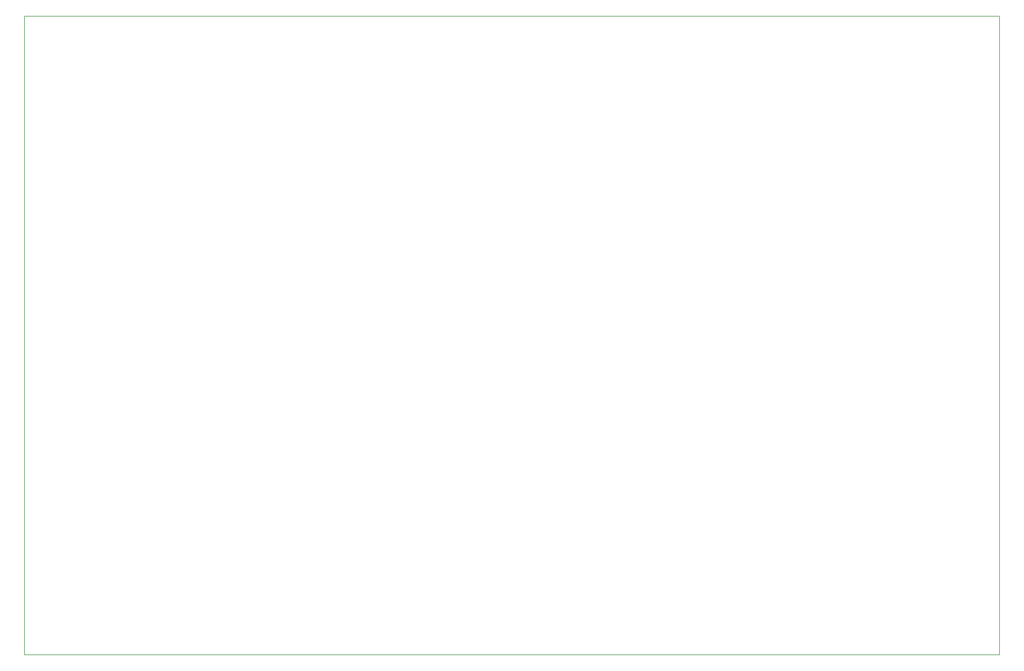
<source format=gbr>
%FSLAX33Y33*%
%MOMM*%
G04 EasyPC Gerber Version 17.0 Build 3379 *
%ADD14C,0.12700*%
X0Y0D02*
D02*
D14*
X5064Y5064D02*
X295064D01*
Y195064*
X5064*
Y5064*
X0Y0D02*
M02*

</source>
